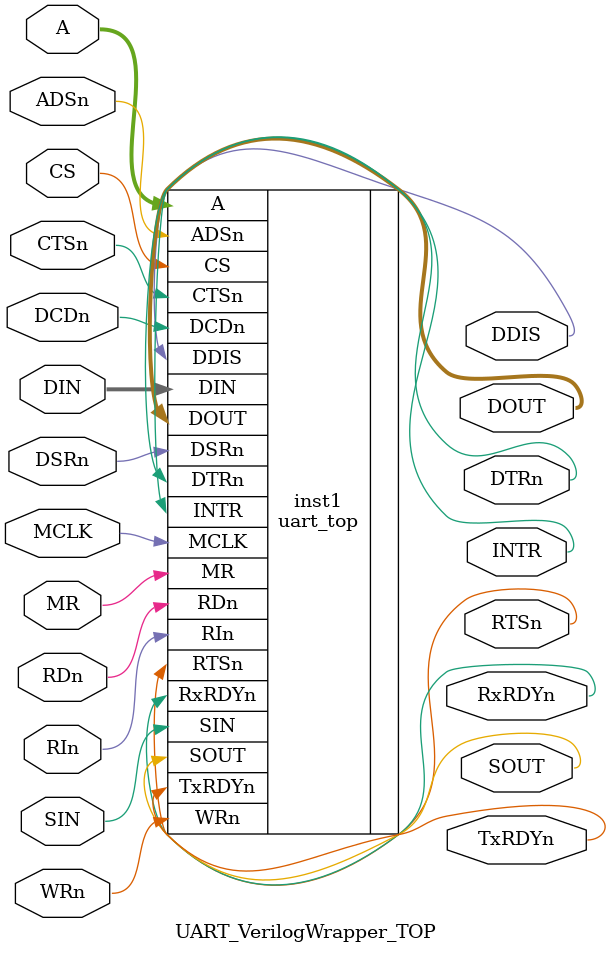
<source format=v>
                                                                                   

module UART_VerilogWrapper_TOP
            (
       // Global reset and clock
       MR      ,
       MCLK    ,
      
       // Processor interface
        A     ,
        DIN   ,
        DOUT  ,
        ADSn  ,
        CS    ,
        RDn   ,
        WRn   ,
        DDIS  ,
        INTR  ,     
      
       // Receiver interface
       SIN     ,
       RxRDYn  ,
       
      // Transmitter interface          
      SOUT     ,                         
      TxRDYn  ,
      
      // Modem interface       
       DCDn    ,
       CTSn    ,
       DSRn    ,
       RIn     ,
       DTRn    ,
       RTSn          
       );

 input                MR  ;
 input                MCLK    ;
 input [2:0]          A; 
 input [7:0]         DIN; 
 input                CS ;
 input                SIN ;                      
 input                ADSn ;
 input                WRn;
 input                RDn ;  
 input                DCDn;
 input                CTSn;
 input                DSRn;
 input                RIn;       
 output[7:0]         DOUT;
 output               INTR;                      
 output               RxRDYn;
 output               SOUT;
 output               TxRDYn;    
 output               DTRn;
 output               RTSn;
 output               DDIS;
                      
     uart_top inst1 (        
            .MR          (MR    ), 
            .MCLK        (MCLK  ), 
            .A           (A     ), 
            .DIN         (DIN   ), 
            .DOUT        (DOUT  ), 
            .ADSn        (ADSn  ), 
            .CS          (CS    ), 
            .RDn         (RDn   ), 
            .WRn         (WRn   ), 
            .DDIS        (DDIS  ), 
            .INTR        (INTR  ), 
            .SIN         (SIN   ), 
            .RxRDYn      (RxRDYn), 
            .SOUT        (SOUT  ), 
            .TxRDYn      (TxRDYn), 
            .DCDn        (DCDn  ), 
            .CTSn        (CTSn  ), 
            .DSRn        (DSRn  ), 
            .RIn         (RIn   ), 
            .DTRn        (DTRn  ), 
            .RTSn        (RTSn  )
     );
  
endmodule


</source>
